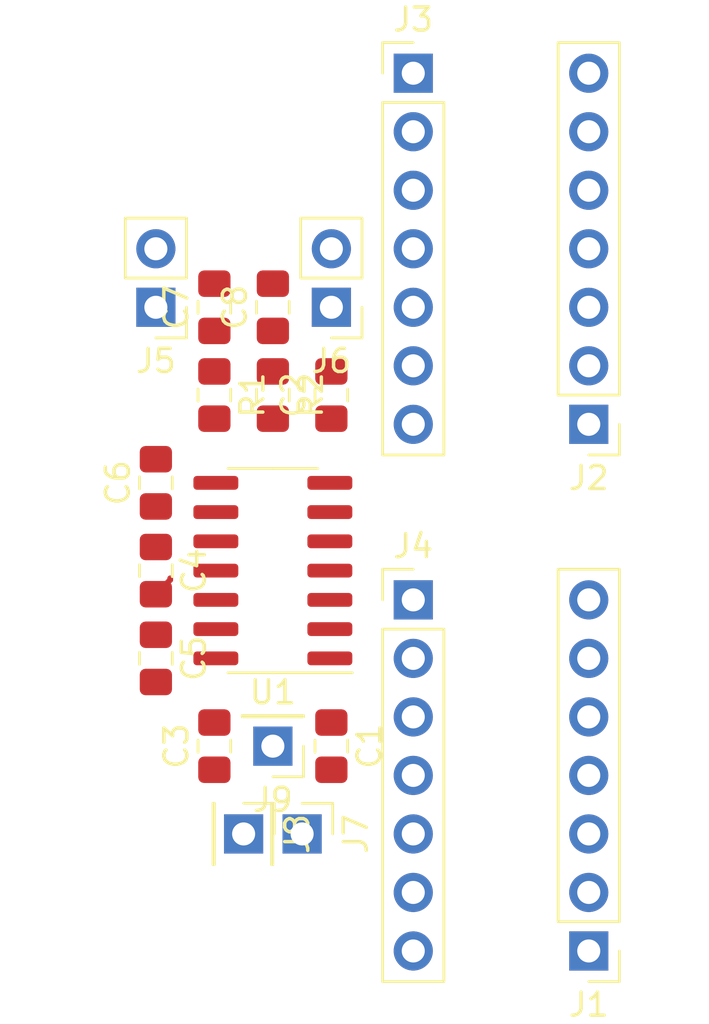
<source format=kicad_pcb>
(kicad_pcb (version 20171130) (host pcbnew 5.1.2-f72e74a~84~ubuntu18.04.1)

  (general
    (thickness 1.6)
    (drawings 0)
    (tracks 2)
    (zones 0)
    (modules 20)
    (nets 30)
  )

  (page A4)
  (layers
    (0 F.Cu signal)
    (31 B.Cu signal)
    (32 B.Adhes user)
    (33 F.Adhes user)
    (34 B.Paste user)
    (35 F.Paste user)
    (36 B.SilkS user)
    (37 F.SilkS user)
    (38 B.Mask user)
    (39 F.Mask user)
    (40 Dwgs.User user)
    (41 Cmts.User user)
    (42 Eco1.User user)
    (43 Eco2.User user)
    (44 Edge.Cuts user)
    (45 Margin user)
    (46 B.CrtYd user)
    (47 F.CrtYd user)
    (48 B.Fab user)
    (49 F.Fab user)
  )

  (setup
    (last_trace_width 0.25)
    (trace_clearance 0.2)
    (zone_clearance 0.508)
    (zone_45_only no)
    (trace_min 0.2)
    (via_size 0.8)
    (via_drill 0.4)
    (via_min_size 0.4)
    (via_min_drill 0.3)
    (uvia_size 0.3)
    (uvia_drill 0.1)
    (uvias_allowed no)
    (uvia_min_size 0.2)
    (uvia_min_drill 0.1)
    (edge_width 0.05)
    (segment_width 0.2)
    (pcb_text_width 0.3)
    (pcb_text_size 1.5 1.5)
    (mod_edge_width 0.12)
    (mod_text_size 1 1)
    (mod_text_width 0.15)
    (pad_size 1.524 1.524)
    (pad_drill 0.762)
    (pad_to_mask_clearance 0.051)
    (solder_mask_min_width 0.25)
    (aux_axis_origin 0 0)
    (visible_elements FFFFFF7F)
    (pcbplotparams
      (layerselection 0x010fc_ffffffff)
      (usegerberextensions false)
      (usegerberattributes false)
      (usegerberadvancedattributes false)
      (creategerberjobfile false)
      (excludeedgelayer true)
      (linewidth 0.100000)
      (plotframeref false)
      (viasonmask false)
      (mode 1)
      (useauxorigin false)
      (hpglpennumber 1)
      (hpglpenspeed 20)
      (hpglpendiameter 15.000000)
      (psnegative false)
      (psa4output false)
      (plotreference true)
      (plotvalue true)
      (plotinvisibletext false)
      (padsonsilk false)
      (subtractmaskfromsilk false)
      (outputformat 1)
      (mirror false)
      (drillshape 1)
      (scaleselection 1)
      (outputdirectory ""))
  )

  (net 0 "")
  (net 1 GND)
  (net 2 +3V3)
  (net 3 "Net-(C2-Pad1)")
  (net 4 "Net-(C3-Pad2)")
  (net 5 +5VA)
  (net 6 "Net-(C5-Pad2)")
  (net 7 "Net-(C5-Pad1)")
  (net 8 "/2_VOUT_A(to1.8K)")
  (net 9 "/1_VOUT_A(to1.8K)")
  (net 10 "Net-(J1-Pad7)")
  (net 11 "Net-(J1-Pad6)")
  (net 12 /SPI_MO)
  (net 13 /SPI_CK)
  (net 14 /SPI_DAC1)
  (net 15 "Net-(J1-Pad2)")
  (net 16 +5V)
  (net 17 "Net-(J2-Pad7)")
  (net 18 "Net-(J2-Pad6)")
  (net 19 /SPI_DAC2)
  (net 20 "Net-(J2-Pad2)")
  (net 21 "/1_VOUT_B(to115K)")
  (net 22 "Net-(J3-Pad2)")
  (net 23 /SPI_LDAC)
  (net 24 "/2_VOUT_B(to115K)")
  (net 25 "Net-(J4-Pad2)")
  (net 26 "Net-(R1-Pad2)")
  (net 27 "Net-(R2-Pad2)")
  (net 28 "Net-(J7-Pad1)")
  (net 29 "Net-(J8-Pad1)")

  (net_class Default "This is the default net class."
    (clearance 0.2)
    (trace_width 0.25)
    (via_dia 0.8)
    (via_drill 0.4)
    (uvia_dia 0.3)
    (uvia_drill 0.1)
    (add_net +3V3)
    (add_net +5V)
    (add_net +5VA)
    (add_net "/1_VOUT_A(to1.8K)")
    (add_net "/1_VOUT_B(to115K)")
    (add_net "/2_VOUT_A(to1.8K)")
    (add_net "/2_VOUT_B(to115K)")
    (add_net /SPI_CK)
    (add_net /SPI_DAC1)
    (add_net /SPI_DAC2)
    (add_net /SPI_LDAC)
    (add_net /SPI_MO)
    (add_net GND)
    (add_net "Net-(C2-Pad1)")
    (add_net "Net-(C3-Pad2)")
    (add_net "Net-(C5-Pad1)")
    (add_net "Net-(C5-Pad2)")
    (add_net "Net-(J1-Pad2)")
    (add_net "Net-(J1-Pad6)")
    (add_net "Net-(J1-Pad7)")
    (add_net "Net-(J2-Pad2)")
    (add_net "Net-(J2-Pad6)")
    (add_net "Net-(J2-Pad7)")
    (add_net "Net-(J3-Pad2)")
    (add_net "Net-(J4-Pad2)")
    (add_net "Net-(J7-Pad1)")
    (add_net "Net-(J8-Pad1)")
    (add_net "Net-(R1-Pad2)")
    (add_net "Net-(R2-Pad2)")
  )

  (module Connector_PinHeader_2.54mm:PinHeader_1x01_P2.54mm_Vertical (layer F.Cu) (tedit 59FED5CC) (tstamp 5D1670C3)
    (at 131.064 82.55 180)
    (descr "Through hole straight pin header, 1x01, 2.54mm pitch, single row")
    (tags "Through hole pin header THT 1x01 2.54mm single row")
    (path /5D1AB41D)
    (fp_text reference J9 (at 0 -2.33) (layer F.SilkS)
      (effects (font (size 1 1) (thickness 0.15)))
    )
    (fp_text value +3.3V (at 0 2.33) (layer F.Fab)
      (effects (font (size 1 1) (thickness 0.15)))
    )
    (fp_text user %R (at 0 0 90) (layer F.Fab)
      (effects (font (size 1 1) (thickness 0.15)))
    )
    (fp_line (start 1.8 -1.8) (end -1.8 -1.8) (layer F.CrtYd) (width 0.05))
    (fp_line (start 1.8 1.8) (end 1.8 -1.8) (layer F.CrtYd) (width 0.05))
    (fp_line (start -1.8 1.8) (end 1.8 1.8) (layer F.CrtYd) (width 0.05))
    (fp_line (start -1.8 -1.8) (end -1.8 1.8) (layer F.CrtYd) (width 0.05))
    (fp_line (start -1.33 -1.33) (end 0 -1.33) (layer F.SilkS) (width 0.12))
    (fp_line (start -1.33 0) (end -1.33 -1.33) (layer F.SilkS) (width 0.12))
    (fp_line (start -1.33 1.27) (end 1.33 1.27) (layer F.SilkS) (width 0.12))
    (fp_line (start 1.33 1.27) (end 1.33 1.33) (layer F.SilkS) (width 0.12))
    (fp_line (start -1.33 1.27) (end -1.33 1.33) (layer F.SilkS) (width 0.12))
    (fp_line (start -1.33 1.33) (end 1.33 1.33) (layer F.SilkS) (width 0.12))
    (fp_line (start -1.27 -0.635) (end -0.635 -1.27) (layer F.Fab) (width 0.1))
    (fp_line (start -1.27 1.27) (end -1.27 -0.635) (layer F.Fab) (width 0.1))
    (fp_line (start 1.27 1.27) (end -1.27 1.27) (layer F.Fab) (width 0.1))
    (fp_line (start 1.27 -1.27) (end 1.27 1.27) (layer F.Fab) (width 0.1))
    (fp_line (start -0.635 -1.27) (end 1.27 -1.27) (layer F.Fab) (width 0.1))
    (pad 1 thru_hole rect (at 0 0 180) (size 1.7 1.7) (drill 1) (layers *.Cu *.Mask)
      (net 2 +3V3))
    (model ${KISYS3DMOD}/Connector_PinHeader_2.54mm.3dshapes/PinHeader_1x01_P2.54mm_Vertical.wrl
      (at (xyz 0 0 0))
      (scale (xyz 1 1 1))
      (rotate (xyz 0 0 0))
    )
  )

  (module Connector_PinHeader_2.54mm:PinHeader_1x01_P2.54mm_Vertical (layer F.Cu) (tedit 59FED5CC) (tstamp 5D166702)
    (at 129.794 86.36 270)
    (descr "Through hole straight pin header, 1x01, 2.54mm pitch, single row")
    (tags "Through hole pin header THT 1x01 2.54mm single row")
    (path /5D17A33E)
    (fp_text reference J8 (at 0 -2.33 90) (layer F.SilkS)
      (effects (font (size 1 1) (thickness 0.15)))
    )
    (fp_text value I2S3_WS (at 0 2.33 90) (layer F.Fab)
      (effects (font (size 1 1) (thickness 0.15)))
    )
    (fp_text user %R (at 0 0) (layer F.Fab)
      (effects (font (size 1 1) (thickness 0.15)))
    )
    (fp_line (start 1.8 -1.8) (end -1.8 -1.8) (layer F.CrtYd) (width 0.05))
    (fp_line (start 1.8 1.8) (end 1.8 -1.8) (layer F.CrtYd) (width 0.05))
    (fp_line (start -1.8 1.8) (end 1.8 1.8) (layer F.CrtYd) (width 0.05))
    (fp_line (start -1.8 -1.8) (end -1.8 1.8) (layer F.CrtYd) (width 0.05))
    (fp_line (start -1.33 -1.33) (end 0 -1.33) (layer F.SilkS) (width 0.12))
    (fp_line (start -1.33 0) (end -1.33 -1.33) (layer F.SilkS) (width 0.12))
    (fp_line (start -1.33 1.27) (end 1.33 1.27) (layer F.SilkS) (width 0.12))
    (fp_line (start 1.33 1.27) (end 1.33 1.33) (layer F.SilkS) (width 0.12))
    (fp_line (start -1.33 1.27) (end -1.33 1.33) (layer F.SilkS) (width 0.12))
    (fp_line (start -1.33 1.33) (end 1.33 1.33) (layer F.SilkS) (width 0.12))
    (fp_line (start -1.27 -0.635) (end -0.635 -1.27) (layer F.Fab) (width 0.1))
    (fp_line (start -1.27 1.27) (end -1.27 -0.635) (layer F.Fab) (width 0.1))
    (fp_line (start 1.27 1.27) (end -1.27 1.27) (layer F.Fab) (width 0.1))
    (fp_line (start 1.27 -1.27) (end 1.27 1.27) (layer F.Fab) (width 0.1))
    (fp_line (start -0.635 -1.27) (end 1.27 -1.27) (layer F.Fab) (width 0.1))
    (pad 1 thru_hole rect (at 0 0 270) (size 1.7 1.7) (drill 1) (layers *.Cu *.Mask)
      (net 29 "Net-(J8-Pad1)"))
    (model ${KISYS3DMOD}/Connector_PinHeader_2.54mm.3dshapes/PinHeader_1x01_P2.54mm_Vertical.wrl
      (at (xyz 0 0 0))
      (scale (xyz 1 1 1))
      (rotate (xyz 0 0 0))
    )
  )

  (module Connector_PinHeader_2.54mm:PinHeader_1x01_P2.54mm_Vertical (layer F.Cu) (tedit 59FED5CC) (tstamp 5D1666C6)
    (at 132.334 86.36 270)
    (descr "Through hole straight pin header, 1x01, 2.54mm pitch, single row")
    (tags "Through hole pin header THT 1x01 2.54mm single row")
    (path /5D177BD4)
    (fp_text reference J7 (at 0 -2.33 90) (layer F.SilkS)
      (effects (font (size 1 1) (thickness 0.15)))
    )
    (fp_text value I2S3_MCK (at 0 -2.54 90) (layer F.Fab)
      (effects (font (size 1 1) (thickness 0.15)))
    )
    (fp_text user %R (at 0 0) (layer F.Fab)
      (effects (font (size 1 1) (thickness 0.15)))
    )
    (fp_line (start 1.8 -1.8) (end -1.8 -1.8) (layer F.CrtYd) (width 0.05))
    (fp_line (start 1.8 1.8) (end 1.8 -1.8) (layer F.CrtYd) (width 0.05))
    (fp_line (start -1.8 1.8) (end 1.8 1.8) (layer F.CrtYd) (width 0.05))
    (fp_line (start -1.8 -1.8) (end -1.8 1.8) (layer F.CrtYd) (width 0.05))
    (fp_line (start -1.33 -1.33) (end 0 -1.33) (layer F.SilkS) (width 0.12))
    (fp_line (start -1.33 0) (end -1.33 -1.33) (layer F.SilkS) (width 0.12))
    (fp_line (start -1.33 1.27) (end 1.33 1.27) (layer F.SilkS) (width 0.12))
    (fp_line (start 1.33 1.27) (end 1.33 1.33) (layer F.SilkS) (width 0.12))
    (fp_line (start -1.33 1.27) (end -1.33 1.33) (layer F.SilkS) (width 0.12))
    (fp_line (start -1.33 1.33) (end 1.33 1.33) (layer F.SilkS) (width 0.12))
    (fp_line (start -1.27 -0.635) (end -0.635 -1.27) (layer F.Fab) (width 0.1))
    (fp_line (start -1.27 1.27) (end -1.27 -0.635) (layer F.Fab) (width 0.1))
    (fp_line (start 1.27 1.27) (end -1.27 1.27) (layer F.Fab) (width 0.1))
    (fp_line (start 1.27 -1.27) (end 1.27 1.27) (layer F.Fab) (width 0.1))
    (fp_line (start -0.635 -1.27) (end 1.27 -1.27) (layer F.Fab) (width 0.1))
    (pad 1 thru_hole rect (at 0 0 270) (size 1.7 1.7) (drill 1) (layers *.Cu *.Mask)
      (net 28 "Net-(J7-Pad1)"))
    (model ${KISYS3DMOD}/Connector_PinHeader_2.54mm.3dshapes/PinHeader_1x01_P2.54mm_Vertical.wrl
      (at (xyz 0 0 0))
      (scale (xyz 1 1 1))
      (rotate (xyz 0 0 0))
    )
  )

  (module Package_SO:SOIC-14_3.9x8.7mm_P1.27mm (layer F.Cu) (tedit 5C97300E) (tstamp 5D1667C1)
    (at 131.064 74.93 180)
    (descr "SOIC, 14 Pin (JEDEC MS-012AB, https://www.analog.com/media/en/package-pcb-resources/package/pkg_pdf/soic_narrow-r/r_14.pdf), generated with kicad-footprint-generator ipc_gullwing_generator.py")
    (tags "SOIC SO")
    (path /5D1351E6)
    (attr smd)
    (fp_text reference U1 (at 0 -5.28) (layer F.SilkS)
      (effects (font (size 1 1) (thickness 0.15)))
    )
    (fp_text value CS4354DAC (at 0 5.28) (layer F.Fab)
      (effects (font (size 1 1) (thickness 0.15)))
    )
    (fp_text user %R (at 0 0) (layer F.Fab)
      (effects (font (size 0.98 0.98) (thickness 0.15)))
    )
    (fp_line (start 3.7 -4.58) (end -3.7 -4.58) (layer F.CrtYd) (width 0.05))
    (fp_line (start 3.7 4.58) (end 3.7 -4.58) (layer F.CrtYd) (width 0.05))
    (fp_line (start -3.7 4.58) (end 3.7 4.58) (layer F.CrtYd) (width 0.05))
    (fp_line (start -3.7 -4.58) (end -3.7 4.58) (layer F.CrtYd) (width 0.05))
    (fp_line (start -1.95 -3.35) (end -0.975 -4.325) (layer F.Fab) (width 0.1))
    (fp_line (start -1.95 4.325) (end -1.95 -3.35) (layer F.Fab) (width 0.1))
    (fp_line (start 1.95 4.325) (end -1.95 4.325) (layer F.Fab) (width 0.1))
    (fp_line (start 1.95 -4.325) (end 1.95 4.325) (layer F.Fab) (width 0.1))
    (fp_line (start -0.975 -4.325) (end 1.95 -4.325) (layer F.Fab) (width 0.1))
    (fp_line (start 0 -4.435) (end -3.45 -4.435) (layer F.SilkS) (width 0.12))
    (fp_line (start 0 -4.435) (end 1.95 -4.435) (layer F.SilkS) (width 0.12))
    (fp_line (start 0 4.435) (end -1.95 4.435) (layer F.SilkS) (width 0.12))
    (fp_line (start 0 4.435) (end 1.95 4.435) (layer F.SilkS) (width 0.12))
    (pad 14 smd roundrect (at 2.475 -3.81 180) (size 1.95 0.6) (layers F.Cu F.Paste F.Mask) (roundrect_rratio 0.25)
      (net 4 "Net-(C3-Pad2)"))
    (pad 13 smd roundrect (at 2.475 -2.54 180) (size 1.95 0.6) (layers F.Cu F.Paste F.Mask) (roundrect_rratio 0.25)
      (net 6 "Net-(C5-Pad2)"))
    (pad 12 smd roundrect (at 2.475 -1.27 180) (size 1.95 0.6) (layers F.Cu F.Paste F.Mask) (roundrect_rratio 0.25)
      (net 7 "Net-(C5-Pad1)"))
    (pad 11 smd roundrect (at 2.475 0 180) (size 1.95 0.6) (layers F.Cu F.Paste F.Mask) (roundrect_rratio 0.25)
      (net 5 +5VA))
    (pad 10 smd roundrect (at 2.475 1.27 180) (size 1.95 0.6) (layers F.Cu F.Paste F.Mask) (roundrect_rratio 0.25)
      (net 1 GND))
    (pad 9 smd roundrect (at 2.475 2.54 180) (size 1.95 0.6) (layers F.Cu F.Paste F.Mask) (roundrect_rratio 0.25)
      (net 26 "Net-(R1-Pad2)"))
    (pad 8 smd roundrect (at 2.475 3.81 180) (size 1.95 0.6) (layers F.Cu F.Paste F.Mask) (roundrect_rratio 0.25)
      (net 27 "Net-(R2-Pad2)"))
    (pad 7 smd roundrect (at -2.475 3.81 180) (size 1.95 0.6) (layers F.Cu F.Paste F.Mask) (roundrect_rratio 0.25)
      (net 3 "Net-(C2-Pad1)"))
    (pad 6 smd roundrect (at -2.475 2.54 180) (size 1.95 0.6) (layers F.Cu F.Paste F.Mask) (roundrect_rratio 0.25)
      (net 1 GND))
    (pad 5 smd roundrect (at -2.475 1.27 180) (size 1.95 0.6) (layers F.Cu F.Paste F.Mask) (roundrect_rratio 0.25)
      (net 13 /SPI_CK))
    (pad 4 smd roundrect (at -2.475 0 180) (size 1.95 0.6) (layers F.Cu F.Paste F.Mask) (roundrect_rratio 0.25)
      (net 29 "Net-(J8-Pad1)"))
    (pad 3 smd roundrect (at -2.475 -1.27 180) (size 1.95 0.6) (layers F.Cu F.Paste F.Mask) (roundrect_rratio 0.25)
      (net 28 "Net-(J7-Pad1)"))
    (pad 2 smd roundrect (at -2.475 -2.54 180) (size 1.95 0.6) (layers F.Cu F.Paste F.Mask) (roundrect_rratio 0.25)
      (net 12 /SPI_MO))
    (pad 1 smd roundrect (at -2.475 -3.81 180) (size 1.95 0.6) (layers F.Cu F.Paste F.Mask) (roundrect_rratio 0.25)
      (net 2 +3V3))
    (model ${KISYS3DMOD}/Package_SO.3dshapes/SOIC-14_3.9x8.7mm_P1.27mm.wrl
      (at (xyz 0 0 0))
      (scale (xyz 1 1 1))
      (rotate (xyz 0 0 0))
    )
  )

  (module Resistor_SMD:R_0805_2012Metric_Pad1.15x1.40mm_HandSolder (layer F.Cu) (tedit 5B36C52B) (tstamp 5D166752)
    (at 131.064 67.31 270)
    (descr "Resistor SMD 0805 (2012 Metric), square (rectangular) end terminal, IPC_7351 nominal with elongated pad for handsoldering. (Body size source: https://docs.google.com/spreadsheets/d/1BsfQQcO9C6DZCsRaXUlFlo91Tg2WpOkGARC1WS5S8t0/edit?usp=sharing), generated with kicad-footprint-generator")
    (tags "resistor handsolder")
    (path /5D145016)
    (attr smd)
    (fp_text reference R2 (at 0 -1.65 90) (layer F.SilkS)
      (effects (font (size 1 1) (thickness 0.15)))
    )
    (fp_text value 470R (at 0 1.65 90) (layer F.Fab)
      (effects (font (size 1 1) (thickness 0.15)))
    )
    (fp_text user %R (at 0 0 90) (layer F.Fab)
      (effects (font (size 0.5 0.5) (thickness 0.08)))
    )
    (fp_line (start 1.85 0.95) (end -1.85 0.95) (layer F.CrtYd) (width 0.05))
    (fp_line (start 1.85 -0.95) (end 1.85 0.95) (layer F.CrtYd) (width 0.05))
    (fp_line (start -1.85 -0.95) (end 1.85 -0.95) (layer F.CrtYd) (width 0.05))
    (fp_line (start -1.85 0.95) (end -1.85 -0.95) (layer F.CrtYd) (width 0.05))
    (fp_line (start -0.261252 0.71) (end 0.261252 0.71) (layer F.SilkS) (width 0.12))
    (fp_line (start -0.261252 -0.71) (end 0.261252 -0.71) (layer F.SilkS) (width 0.12))
    (fp_line (start 1 0.6) (end -1 0.6) (layer F.Fab) (width 0.1))
    (fp_line (start 1 -0.6) (end 1 0.6) (layer F.Fab) (width 0.1))
    (fp_line (start -1 -0.6) (end 1 -0.6) (layer F.Fab) (width 0.1))
    (fp_line (start -1 0.6) (end -1 -0.6) (layer F.Fab) (width 0.1))
    (pad 2 smd roundrect (at 1.025 0 270) (size 1.15 1.4) (layers F.Cu F.Paste F.Mask) (roundrect_rratio 0.217391)
      (net 27 "Net-(R2-Pad2)"))
    (pad 1 smd roundrect (at -1.025 0 270) (size 1.15 1.4) (layers F.Cu F.Paste F.Mask) (roundrect_rratio 0.217391)
      (net 9 "/1_VOUT_A(to1.8K)"))
    (model ${KISYS3DMOD}/Resistor_SMD.3dshapes/R_0805_2012Metric.wrl
      (at (xyz 0 0 0))
      (scale (xyz 1 1 1))
      (rotate (xyz 0 0 0))
    )
  )

  (module Resistor_SMD:R_0805_2012Metric_Pad1.15x1.40mm_HandSolder (layer F.Cu) (tedit 5B36C52B) (tstamp 5D166782)
    (at 128.524 67.31 270)
    (descr "Resistor SMD 0805 (2012 Metric), square (rectangular) end terminal, IPC_7351 nominal with elongated pad for handsoldering. (Body size source: https://docs.google.com/spreadsheets/d/1BsfQQcO9C6DZCsRaXUlFlo91Tg2WpOkGARC1WS5S8t0/edit?usp=sharing), generated with kicad-footprint-generator")
    (tags "resistor handsolder")
    (path /5D144591)
    (attr smd)
    (fp_text reference R1 (at 0 -1.65 90) (layer F.SilkS)
      (effects (font (size 1 1) (thickness 0.15)))
    )
    (fp_text value 470R (at 0 1.65 90) (layer F.Fab)
      (effects (font (size 1 1) (thickness 0.15)))
    )
    (fp_text user %R (at 0 0 90) (layer F.Fab)
      (effects (font (size 0.5 0.5) (thickness 0.08)))
    )
    (fp_line (start 1.85 0.95) (end -1.85 0.95) (layer F.CrtYd) (width 0.05))
    (fp_line (start 1.85 -0.95) (end 1.85 0.95) (layer F.CrtYd) (width 0.05))
    (fp_line (start -1.85 -0.95) (end 1.85 -0.95) (layer F.CrtYd) (width 0.05))
    (fp_line (start -1.85 0.95) (end -1.85 -0.95) (layer F.CrtYd) (width 0.05))
    (fp_line (start -0.261252 0.71) (end 0.261252 0.71) (layer F.SilkS) (width 0.12))
    (fp_line (start -0.261252 -0.71) (end 0.261252 -0.71) (layer F.SilkS) (width 0.12))
    (fp_line (start 1 0.6) (end -1 0.6) (layer F.Fab) (width 0.1))
    (fp_line (start 1 -0.6) (end 1 0.6) (layer F.Fab) (width 0.1))
    (fp_line (start -1 -0.6) (end 1 -0.6) (layer F.Fab) (width 0.1))
    (fp_line (start -1 0.6) (end -1 -0.6) (layer F.Fab) (width 0.1))
    (pad 2 smd roundrect (at 1.025 0 270) (size 1.15 1.4) (layers F.Cu F.Paste F.Mask) (roundrect_rratio 0.217391)
      (net 26 "Net-(R1-Pad2)"))
    (pad 1 smd roundrect (at -1.025 0 270) (size 1.15 1.4) (layers F.Cu F.Paste F.Mask) (roundrect_rratio 0.217391)
      (net 8 "/2_VOUT_A(to1.8K)"))
    (model ${KISYS3DMOD}/Resistor_SMD.3dshapes/R_0805_2012Metric.wrl
      (at (xyz 0 0 0))
      (scale (xyz 1 1 1))
      (rotate (xyz 0 0 0))
    )
  )

  (module Connector_PinHeader_2.54mm:PinHeader_1x02_P2.54mm_Vertical (layer F.Cu) (tedit 59FED5CC) (tstamp 5D16688C)
    (at 133.604 63.5 180)
    (descr "Through hole straight pin header, 1x02, 2.54mm pitch, single row")
    (tags "Through hole pin header THT 1x02 2.54mm single row")
    (path /5D14C0EA)
    (fp_text reference J6 (at 0 -2.33) (layer F.SilkS)
      (effects (font (size 1 1) (thickness 0.15)))
    )
    (fp_text value Conn_01x02_Male (at 0 4.87) (layer F.Fab)
      (effects (font (size 1 1) (thickness 0.15)))
    )
    (fp_text user %R (at 0 1.27 90) (layer F.Fab)
      (effects (font (size 1 1) (thickness 0.15)))
    )
    (fp_line (start 1.8 -1.8) (end -1.8 -1.8) (layer F.CrtYd) (width 0.05))
    (fp_line (start 1.8 4.35) (end 1.8 -1.8) (layer F.CrtYd) (width 0.05))
    (fp_line (start -1.8 4.35) (end 1.8 4.35) (layer F.CrtYd) (width 0.05))
    (fp_line (start -1.8 -1.8) (end -1.8 4.35) (layer F.CrtYd) (width 0.05))
    (fp_line (start -1.33 -1.33) (end 0 -1.33) (layer F.SilkS) (width 0.12))
    (fp_line (start -1.33 0) (end -1.33 -1.33) (layer F.SilkS) (width 0.12))
    (fp_line (start -1.33 1.27) (end 1.33 1.27) (layer F.SilkS) (width 0.12))
    (fp_line (start 1.33 1.27) (end 1.33 3.87) (layer F.SilkS) (width 0.12))
    (fp_line (start -1.33 1.27) (end -1.33 3.87) (layer F.SilkS) (width 0.12))
    (fp_line (start -1.33 3.87) (end 1.33 3.87) (layer F.SilkS) (width 0.12))
    (fp_line (start -1.27 -0.635) (end -0.635 -1.27) (layer F.Fab) (width 0.1))
    (fp_line (start -1.27 3.81) (end -1.27 -0.635) (layer F.Fab) (width 0.1))
    (fp_line (start 1.27 3.81) (end -1.27 3.81) (layer F.Fab) (width 0.1))
    (fp_line (start 1.27 -1.27) (end 1.27 3.81) (layer F.Fab) (width 0.1))
    (fp_line (start -0.635 -1.27) (end 1.27 -1.27) (layer F.Fab) (width 0.1))
    (pad 2 thru_hole oval (at 0 2.54 180) (size 1.7 1.7) (drill 1) (layers *.Cu *.Mask)
      (net 1 GND))
    (pad 1 thru_hole rect (at 0 0 180) (size 1.7 1.7) (drill 1) (layers *.Cu *.Mask)
      (net 9 "/1_VOUT_A(to1.8K)"))
    (model ${KISYS3DMOD}/Connector_PinHeader_2.54mm.3dshapes/PinHeader_1x02_P2.54mm_Vertical.wrl
      (at (xyz 0 0 0))
      (scale (xyz 1 1 1))
      (rotate (xyz 0 0 0))
    )
  )

  (module Connector_PinHeader_2.54mm:PinHeader_1x02_P2.54mm_Vertical (layer F.Cu) (tedit 59FED5CC) (tstamp 5D16420A)
    (at 125.984 63.5 180)
    (descr "Through hole straight pin header, 1x02, 2.54mm pitch, single row")
    (tags "Through hole pin header THT 1x02 2.54mm single row")
    (path /5D14B331)
    (fp_text reference J5 (at 0 -2.33) (layer F.SilkS)
      (effects (font (size 1 1) (thickness 0.15)))
    )
    (fp_text value Conn_01x02_Male (at 0 4.87) (layer F.Fab)
      (effects (font (size 1 1) (thickness 0.15)))
    )
    (fp_text user %R (at 0 1.27 90) (layer F.Fab)
      (effects (font (size 1 1) (thickness 0.15)))
    )
    (fp_line (start 1.8 -1.8) (end -1.8 -1.8) (layer F.CrtYd) (width 0.05))
    (fp_line (start 1.8 4.35) (end 1.8 -1.8) (layer F.CrtYd) (width 0.05))
    (fp_line (start -1.8 4.35) (end 1.8 4.35) (layer F.CrtYd) (width 0.05))
    (fp_line (start -1.8 -1.8) (end -1.8 4.35) (layer F.CrtYd) (width 0.05))
    (fp_line (start -1.33 -1.33) (end 0 -1.33) (layer F.SilkS) (width 0.12))
    (fp_line (start -1.33 0) (end -1.33 -1.33) (layer F.SilkS) (width 0.12))
    (fp_line (start -1.33 1.27) (end 1.33 1.27) (layer F.SilkS) (width 0.12))
    (fp_line (start 1.33 1.27) (end 1.33 3.87) (layer F.SilkS) (width 0.12))
    (fp_line (start -1.33 1.27) (end -1.33 3.87) (layer F.SilkS) (width 0.12))
    (fp_line (start -1.33 3.87) (end 1.33 3.87) (layer F.SilkS) (width 0.12))
    (fp_line (start -1.27 -0.635) (end -0.635 -1.27) (layer F.Fab) (width 0.1))
    (fp_line (start -1.27 3.81) (end -1.27 -0.635) (layer F.Fab) (width 0.1))
    (fp_line (start 1.27 3.81) (end -1.27 3.81) (layer F.Fab) (width 0.1))
    (fp_line (start 1.27 -1.27) (end 1.27 3.81) (layer F.Fab) (width 0.1))
    (fp_line (start -0.635 -1.27) (end 1.27 -1.27) (layer F.Fab) (width 0.1))
    (pad 2 thru_hole oval (at 0 2.54 180) (size 1.7 1.7) (drill 1) (layers *.Cu *.Mask)
      (net 1 GND))
    (pad 1 thru_hole rect (at 0 0 180) (size 1.7 1.7) (drill 1) (layers *.Cu *.Mask)
      (net 8 "/2_VOUT_A(to1.8K)"))
    (model ${KISYS3DMOD}/Connector_PinHeader_2.54mm.3dshapes/PinHeader_1x02_P2.54mm_Vertical.wrl
      (at (xyz 0 0 0))
      (scale (xyz 1 1 1))
      (rotate (xyz 0 0 0))
    )
  )

  (module Connector_PinHeader_2.54mm:PinHeader_1x07_P2.54mm_Vertical (layer F.Cu) (tedit 59FED5CC) (tstamp 5D164E8A)
    (at 137.16 76.2)
    (descr "Through hole straight pin header, 1x07, 2.54mm pitch, single row")
    (tags "Through hole pin header THT 1x07 2.54mm single row")
    (path /5D142402)
    (fp_text reference J4 (at 0 -2.33) (layer F.SilkS)
      (effects (font (size 1 1) (thickness 0.15)))
    )
    (fp_text value DAC2_pin8to14 (at 0 17.57) (layer F.Fab)
      (effects (font (size 1 1) (thickness 0.15)))
    )
    (fp_text user %R (at 0 7.62 90) (layer F.Fab)
      (effects (font (size 1 1) (thickness 0.15)))
    )
    (fp_line (start 1.8 -1.8) (end -1.8 -1.8) (layer F.CrtYd) (width 0.05))
    (fp_line (start 1.8 17.05) (end 1.8 -1.8) (layer F.CrtYd) (width 0.05))
    (fp_line (start -1.8 17.05) (end 1.8 17.05) (layer F.CrtYd) (width 0.05))
    (fp_line (start -1.8 -1.8) (end -1.8 17.05) (layer F.CrtYd) (width 0.05))
    (fp_line (start -1.33 -1.33) (end 0 -1.33) (layer F.SilkS) (width 0.12))
    (fp_line (start -1.33 0) (end -1.33 -1.33) (layer F.SilkS) (width 0.12))
    (fp_line (start -1.33 1.27) (end 1.33 1.27) (layer F.SilkS) (width 0.12))
    (fp_line (start 1.33 1.27) (end 1.33 16.57) (layer F.SilkS) (width 0.12))
    (fp_line (start -1.33 1.27) (end -1.33 16.57) (layer F.SilkS) (width 0.12))
    (fp_line (start -1.33 16.57) (end 1.33 16.57) (layer F.SilkS) (width 0.12))
    (fp_line (start -1.27 -0.635) (end -0.635 -1.27) (layer F.Fab) (width 0.1))
    (fp_line (start -1.27 16.51) (end -1.27 -0.635) (layer F.Fab) (width 0.1))
    (fp_line (start 1.27 16.51) (end -1.27 16.51) (layer F.Fab) (width 0.1))
    (fp_line (start 1.27 -1.27) (end 1.27 16.51) (layer F.Fab) (width 0.1))
    (fp_line (start -0.635 -1.27) (end 1.27 -1.27) (layer F.Fab) (width 0.1))
    (pad 7 thru_hole oval (at 0 15.24) (size 1.7 1.7) (drill 1) (layers *.Cu *.Mask)
      (net 8 "/2_VOUT_A(to1.8K)"))
    (pad 6 thru_hole oval (at 0 12.7) (size 1.7 1.7) (drill 1) (layers *.Cu *.Mask)
      (net 5 +5VA))
    (pad 5 thru_hole oval (at 0 10.16) (size 1.7 1.7) (drill 1) (layers *.Cu *.Mask)
      (net 1 GND))
    (pad 4 thru_hole oval (at 0 7.62) (size 1.7 1.7) (drill 1) (layers *.Cu *.Mask)
      (net 5 +5VA))
    (pad 3 thru_hole oval (at 0 5.08) (size 1.7 1.7) (drill 1) (layers *.Cu *.Mask)
      (net 24 "/2_VOUT_B(to115K)"))
    (pad 2 thru_hole oval (at 0 2.54) (size 1.7 1.7) (drill 1) (layers *.Cu *.Mask)
      (net 25 "Net-(J4-Pad2)"))
    (pad 1 thru_hole rect (at 0 0) (size 1.7 1.7) (drill 1) (layers *.Cu *.Mask)
      (net 23 /SPI_LDAC))
    (model ${KISYS3DMOD}/Connector_PinHeader_2.54mm.3dshapes/PinHeader_1x07_P2.54mm_Vertical.wrl
      (at (xyz 0 0 0))
      (scale (xyz 1 1 1))
      (rotate (xyz 0 0 0))
    )
  )

  (module Connector_PinHeader_2.54mm:PinHeader_1x07_P2.54mm_Vertical (layer F.Cu) (tedit 59FED5CC) (tstamp 5D1644D6)
    (at 137.16 53.34)
    (descr "Through hole straight pin header, 1x07, 2.54mm pitch, single row")
    (tags "Through hole pin header THT 1x07 2.54mm single row")
    (path /5D13FA05)
    (fp_text reference J3 (at 0 -2.33) (layer F.SilkS)
      (effects (font (size 1 1) (thickness 0.15)))
    )
    (fp_text value DAC1_pin8to14 (at 0 17.57) (layer F.Fab)
      (effects (font (size 1 1) (thickness 0.15)))
    )
    (fp_text user %R (at 0 7.62 90) (layer F.Fab)
      (effects (font (size 1 1) (thickness 0.15)))
    )
    (fp_line (start 1.8 -1.8) (end -1.8 -1.8) (layer F.CrtYd) (width 0.05))
    (fp_line (start 1.8 17.05) (end 1.8 -1.8) (layer F.CrtYd) (width 0.05))
    (fp_line (start -1.8 17.05) (end 1.8 17.05) (layer F.CrtYd) (width 0.05))
    (fp_line (start -1.8 -1.8) (end -1.8 17.05) (layer F.CrtYd) (width 0.05))
    (fp_line (start -1.33 -1.33) (end 0 -1.33) (layer F.SilkS) (width 0.12))
    (fp_line (start -1.33 0) (end -1.33 -1.33) (layer F.SilkS) (width 0.12))
    (fp_line (start -1.33 1.27) (end 1.33 1.27) (layer F.SilkS) (width 0.12))
    (fp_line (start 1.33 1.27) (end 1.33 16.57) (layer F.SilkS) (width 0.12))
    (fp_line (start -1.33 1.27) (end -1.33 16.57) (layer F.SilkS) (width 0.12))
    (fp_line (start -1.33 16.57) (end 1.33 16.57) (layer F.SilkS) (width 0.12))
    (fp_line (start -1.27 -0.635) (end -0.635 -1.27) (layer F.Fab) (width 0.1))
    (fp_line (start -1.27 16.51) (end -1.27 -0.635) (layer F.Fab) (width 0.1))
    (fp_line (start 1.27 16.51) (end -1.27 16.51) (layer F.Fab) (width 0.1))
    (fp_line (start 1.27 -1.27) (end 1.27 16.51) (layer F.Fab) (width 0.1))
    (fp_line (start -0.635 -1.27) (end 1.27 -1.27) (layer F.Fab) (width 0.1))
    (pad 7 thru_hole oval (at 0 15.24) (size 1.7 1.7) (drill 1) (layers *.Cu *.Mask)
      (net 9 "/1_VOUT_A(to1.8K)"))
    (pad 6 thru_hole oval (at 0 12.7) (size 1.7 1.7) (drill 1) (layers *.Cu *.Mask)
      (net 5 +5VA))
    (pad 5 thru_hole oval (at 0 10.16) (size 1.7 1.7) (drill 1) (layers *.Cu *.Mask)
      (net 1 GND))
    (pad 4 thru_hole oval (at 0 7.62) (size 1.7 1.7) (drill 1) (layers *.Cu *.Mask)
      (net 5 +5VA))
    (pad 3 thru_hole oval (at 0 5.08) (size 1.7 1.7) (drill 1) (layers *.Cu *.Mask)
      (net 21 "/1_VOUT_B(to115K)"))
    (pad 2 thru_hole oval (at 0 2.54) (size 1.7 1.7) (drill 1) (layers *.Cu *.Mask)
      (net 22 "Net-(J3-Pad2)"))
    (pad 1 thru_hole rect (at 0 0) (size 1.7 1.7) (drill 1) (layers *.Cu *.Mask)
      (net 23 /SPI_LDAC))
    (model ${KISYS3DMOD}/Connector_PinHeader_2.54mm.3dshapes/PinHeader_1x07_P2.54mm_Vertical.wrl
      (at (xyz 0 0 0))
      (scale (xyz 1 1 1))
      (rotate (xyz 0 0 0))
    )
  )

  (module Connector_PinHeader_2.54mm:PinHeader_1x07_P2.54mm_Vertical (layer F.Cu) (tedit 59FED5CC) (tstamp 5D164DB8)
    (at 144.78 68.58 180)
    (descr "Through hole straight pin header, 1x07, 2.54mm pitch, single row")
    (tags "Through hole pin header THT 1x07 2.54mm single row")
    (path /5D1406CE)
    (fp_text reference J2 (at 0 -2.33) (layer F.SilkS)
      (effects (font (size 1 1) (thickness 0.15)))
    )
    (fp_text value DAC2_pin1to7 (at 0 17.57) (layer F.Fab)
      (effects (font (size 1 1) (thickness 0.15)))
    )
    (fp_text user %R (at 0 7.62 90) (layer F.Fab)
      (effects (font (size 1 1) (thickness 0.15)))
    )
    (fp_line (start 1.8 -1.8) (end -1.8 -1.8) (layer F.CrtYd) (width 0.05))
    (fp_line (start 1.8 17.05) (end 1.8 -1.8) (layer F.CrtYd) (width 0.05))
    (fp_line (start -1.8 17.05) (end 1.8 17.05) (layer F.CrtYd) (width 0.05))
    (fp_line (start -1.8 -1.8) (end -1.8 17.05) (layer F.CrtYd) (width 0.05))
    (fp_line (start -1.33 -1.33) (end 0 -1.33) (layer F.SilkS) (width 0.12))
    (fp_line (start -1.33 0) (end -1.33 -1.33) (layer F.SilkS) (width 0.12))
    (fp_line (start -1.33 1.27) (end 1.33 1.27) (layer F.SilkS) (width 0.12))
    (fp_line (start 1.33 1.27) (end 1.33 16.57) (layer F.SilkS) (width 0.12))
    (fp_line (start -1.33 1.27) (end -1.33 16.57) (layer F.SilkS) (width 0.12))
    (fp_line (start -1.33 16.57) (end 1.33 16.57) (layer F.SilkS) (width 0.12))
    (fp_line (start -1.27 -0.635) (end -0.635 -1.27) (layer F.Fab) (width 0.1))
    (fp_line (start -1.27 16.51) (end -1.27 -0.635) (layer F.Fab) (width 0.1))
    (fp_line (start 1.27 16.51) (end -1.27 16.51) (layer F.Fab) (width 0.1))
    (fp_line (start 1.27 -1.27) (end 1.27 16.51) (layer F.Fab) (width 0.1))
    (fp_line (start -0.635 -1.27) (end 1.27 -1.27) (layer F.Fab) (width 0.1))
    (pad 7 thru_hole oval (at 0 15.24 180) (size 1.7 1.7) (drill 1) (layers *.Cu *.Mask)
      (net 17 "Net-(J2-Pad7)"))
    (pad 6 thru_hole oval (at 0 12.7 180) (size 1.7 1.7) (drill 1) (layers *.Cu *.Mask)
      (net 18 "Net-(J2-Pad6)"))
    (pad 5 thru_hole oval (at 0 10.16 180) (size 1.7 1.7) (drill 1) (layers *.Cu *.Mask)
      (net 12 /SPI_MO))
    (pad 4 thru_hole oval (at 0 7.62 180) (size 1.7 1.7) (drill 1) (layers *.Cu *.Mask)
      (net 13 /SPI_CK))
    (pad 3 thru_hole oval (at 0 5.08 180) (size 1.7 1.7) (drill 1) (layers *.Cu *.Mask)
      (net 19 /SPI_DAC2))
    (pad 2 thru_hole oval (at 0 2.54 180) (size 1.7 1.7) (drill 1) (layers *.Cu *.Mask)
      (net 20 "Net-(J2-Pad2)"))
    (pad 1 thru_hole rect (at 0 0 180) (size 1.7 1.7) (drill 1) (layers *.Cu *.Mask)
      (net 16 +5V))
    (model ${KISYS3DMOD}/Connector_PinHeader_2.54mm.3dshapes/PinHeader_1x07_P2.54mm_Vertical.wrl
      (at (xyz 0 0 0))
      (scale (xyz 1 1 1))
      (rotate (xyz 0 0 0))
    )
  )

  (module Connector_PinHeader_2.54mm:PinHeader_1x07_P2.54mm_Vertical (layer F.Cu) (tedit 59FED5CC) (tstamp 5D1645E9)
    (at 144.78 91.44 180)
    (descr "Through hole straight pin header, 1x07, 2.54mm pitch, single row")
    (tags "Through hole pin header THT 1x07 2.54mm single row")
    (path /5D13D7F6)
    (fp_text reference J1 (at 0 -2.33) (layer F.SilkS)
      (effects (font (size 1 1) (thickness 0.15)))
    )
    (fp_text value DAC1_pin1to7 (at 0 17.57) (layer F.Fab)
      (effects (font (size 1 1) (thickness 0.15)))
    )
    (fp_text user %R (at 0 7.62 90) (layer F.Fab)
      (effects (font (size 1 1) (thickness 0.15)))
    )
    (fp_line (start 1.8 -1.8) (end -1.8 -1.8) (layer F.CrtYd) (width 0.05))
    (fp_line (start 1.8 17.05) (end 1.8 -1.8) (layer F.CrtYd) (width 0.05))
    (fp_line (start -1.8 17.05) (end 1.8 17.05) (layer F.CrtYd) (width 0.05))
    (fp_line (start -1.8 -1.8) (end -1.8 17.05) (layer F.CrtYd) (width 0.05))
    (fp_line (start -1.33 -1.33) (end 0 -1.33) (layer F.SilkS) (width 0.12))
    (fp_line (start -1.33 0) (end -1.33 -1.33) (layer F.SilkS) (width 0.12))
    (fp_line (start -1.33 1.27) (end 1.33 1.27) (layer F.SilkS) (width 0.12))
    (fp_line (start 1.33 1.27) (end 1.33 16.57) (layer F.SilkS) (width 0.12))
    (fp_line (start -1.33 1.27) (end -1.33 16.57) (layer F.SilkS) (width 0.12))
    (fp_line (start -1.33 16.57) (end 1.33 16.57) (layer F.SilkS) (width 0.12))
    (fp_line (start -1.27 -0.635) (end -0.635 -1.27) (layer F.Fab) (width 0.1))
    (fp_line (start -1.27 16.51) (end -1.27 -0.635) (layer F.Fab) (width 0.1))
    (fp_line (start 1.27 16.51) (end -1.27 16.51) (layer F.Fab) (width 0.1))
    (fp_line (start 1.27 -1.27) (end 1.27 16.51) (layer F.Fab) (width 0.1))
    (fp_line (start -0.635 -1.27) (end 1.27 -1.27) (layer F.Fab) (width 0.1))
    (pad 7 thru_hole oval (at 0 15.24 180) (size 1.7 1.7) (drill 1) (layers *.Cu *.Mask)
      (net 10 "Net-(J1-Pad7)"))
    (pad 6 thru_hole oval (at 0 12.7 180) (size 1.7 1.7) (drill 1) (layers *.Cu *.Mask)
      (net 11 "Net-(J1-Pad6)"))
    (pad 5 thru_hole oval (at 0 10.16 180) (size 1.7 1.7) (drill 1) (layers *.Cu *.Mask)
      (net 12 /SPI_MO))
    (pad 4 thru_hole oval (at 0 7.62 180) (size 1.7 1.7) (drill 1) (layers *.Cu *.Mask)
      (net 13 /SPI_CK))
    (pad 3 thru_hole oval (at 0 5.08 180) (size 1.7 1.7) (drill 1) (layers *.Cu *.Mask)
      (net 14 /SPI_DAC1))
    (pad 2 thru_hole oval (at 0 2.54 180) (size 1.7 1.7) (drill 1) (layers *.Cu *.Mask)
      (net 15 "Net-(J1-Pad2)"))
    (pad 1 thru_hole rect (at 0 0 180) (size 1.7 1.7) (drill 1) (layers *.Cu *.Mask)
      (net 16 +5V))
    (model ${KISYS3DMOD}/Connector_PinHeader_2.54mm.3dshapes/PinHeader_1x07_P2.54mm_Vertical.wrl
      (at (xyz 0 0 0))
      (scale (xyz 1 1 1))
      (rotate (xyz 0 0 0))
    )
  )

  (module Capacitor_SMD:C_0805_2012Metric_Pad1.15x1.40mm_HandSolder (layer F.Cu) (tedit 5B36C52B) (tstamp 5D166851)
    (at 131.064 63.5 90)
    (descr "Capacitor SMD 0805 (2012 Metric), square (rectangular) end terminal, IPC_7351 nominal with elongated pad for handsoldering. (Body size source: https://docs.google.com/spreadsheets/d/1BsfQQcO9C6DZCsRaXUlFlo91Tg2WpOkGARC1WS5S8t0/edit?usp=sharing), generated with kicad-footprint-generator")
    (tags "capacitor handsolder")
    (path /5D14523E)
    (attr smd)
    (fp_text reference C8 (at 0 -1.65 90) (layer F.SilkS)
      (effects (font (size 1 1) (thickness 0.15)))
    )
    (fp_text value 2.2nF (at 0 1.65 90) (layer F.Fab)
      (effects (font (size 1 1) (thickness 0.15)))
    )
    (fp_text user %R (at 0 0 90) (layer F.Fab)
      (effects (font (size 0.5 0.5) (thickness 0.08)))
    )
    (fp_line (start 1.85 0.95) (end -1.85 0.95) (layer F.CrtYd) (width 0.05))
    (fp_line (start 1.85 -0.95) (end 1.85 0.95) (layer F.CrtYd) (width 0.05))
    (fp_line (start -1.85 -0.95) (end 1.85 -0.95) (layer F.CrtYd) (width 0.05))
    (fp_line (start -1.85 0.95) (end -1.85 -0.95) (layer F.CrtYd) (width 0.05))
    (fp_line (start -0.261252 0.71) (end 0.261252 0.71) (layer F.SilkS) (width 0.12))
    (fp_line (start -0.261252 -0.71) (end 0.261252 -0.71) (layer F.SilkS) (width 0.12))
    (fp_line (start 1 0.6) (end -1 0.6) (layer F.Fab) (width 0.1))
    (fp_line (start 1 -0.6) (end 1 0.6) (layer F.Fab) (width 0.1))
    (fp_line (start -1 -0.6) (end 1 -0.6) (layer F.Fab) (width 0.1))
    (fp_line (start -1 0.6) (end -1 -0.6) (layer F.Fab) (width 0.1))
    (pad 2 smd roundrect (at 1.025 0 90) (size 1.15 1.4) (layers F.Cu F.Paste F.Mask) (roundrect_rratio 0.217391)
      (net 1 GND))
    (pad 1 smd roundrect (at -1.025 0 90) (size 1.15 1.4) (layers F.Cu F.Paste F.Mask) (roundrect_rratio 0.217391)
      (net 9 "/1_VOUT_A(to1.8K)"))
    (model ${KISYS3DMOD}/Capacitor_SMD.3dshapes/C_0805_2012Metric.wrl
      (at (xyz 0 0 0))
      (scale (xyz 1 1 1))
      (rotate (xyz 0 0 0))
    )
  )

  (module Capacitor_SMD:C_0805_2012Metric_Pad1.15x1.40mm_HandSolder (layer F.Cu) (tedit 5B36C52B) (tstamp 5D166929)
    (at 128.524 63.5 90)
    (descr "Capacitor SMD 0805 (2012 Metric), square (rectangular) end terminal, IPC_7351 nominal with elongated pad for handsoldering. (Body size source: https://docs.google.com/spreadsheets/d/1BsfQQcO9C6DZCsRaXUlFlo91Tg2WpOkGARC1WS5S8t0/edit?usp=sharing), generated with kicad-footprint-generator")
    (tags "capacitor handsolder")
    (path /5D14572A)
    (attr smd)
    (fp_text reference C7 (at 0 -1.65 90) (layer F.SilkS)
      (effects (font (size 1 1) (thickness 0.15)))
    )
    (fp_text value 2.2nF (at 0 1.65 90) (layer F.Fab)
      (effects (font (size 1 1) (thickness 0.15)))
    )
    (fp_text user %R (at 0 0 90) (layer F.Fab)
      (effects (font (size 0.5 0.5) (thickness 0.08)))
    )
    (fp_line (start 1.85 0.95) (end -1.85 0.95) (layer F.CrtYd) (width 0.05))
    (fp_line (start 1.85 -0.95) (end 1.85 0.95) (layer F.CrtYd) (width 0.05))
    (fp_line (start -1.85 -0.95) (end 1.85 -0.95) (layer F.CrtYd) (width 0.05))
    (fp_line (start -1.85 0.95) (end -1.85 -0.95) (layer F.CrtYd) (width 0.05))
    (fp_line (start -0.261252 0.71) (end 0.261252 0.71) (layer F.SilkS) (width 0.12))
    (fp_line (start -0.261252 -0.71) (end 0.261252 -0.71) (layer F.SilkS) (width 0.12))
    (fp_line (start 1 0.6) (end -1 0.6) (layer F.Fab) (width 0.1))
    (fp_line (start 1 -0.6) (end 1 0.6) (layer F.Fab) (width 0.1))
    (fp_line (start -1 -0.6) (end 1 -0.6) (layer F.Fab) (width 0.1))
    (fp_line (start -1 0.6) (end -1 -0.6) (layer F.Fab) (width 0.1))
    (pad 2 smd roundrect (at 1.025 0 90) (size 1.15 1.4) (layers F.Cu F.Paste F.Mask) (roundrect_rratio 0.217391)
      (net 1 GND))
    (pad 1 smd roundrect (at -1.025 0 90) (size 1.15 1.4) (layers F.Cu F.Paste F.Mask) (roundrect_rratio 0.217391)
      (net 8 "/2_VOUT_A(to1.8K)"))
    (model ${KISYS3DMOD}/Capacitor_SMD.3dshapes/C_0805_2012Metric.wrl
      (at (xyz 0 0 0))
      (scale (xyz 1 1 1))
      (rotate (xyz 0 0 0))
    )
  )

  (module Capacitor_SMD:C_0805_2012Metric_Pad1.15x1.40mm_HandSolder (layer F.Cu) (tedit 5B36C52B) (tstamp 5D16454A)
    (at 125.984 71.12 90)
    (descr "Capacitor SMD 0805 (2012 Metric), square (rectangular) end terminal, IPC_7351 nominal with elongated pad for handsoldering. (Body size source: https://docs.google.com/spreadsheets/d/1BsfQQcO9C6DZCsRaXUlFlo91Tg2WpOkGARC1WS5S8t0/edit?usp=sharing), generated with kicad-footprint-generator")
    (tags "capacitor handsolder")
    (path /5D13656D)
    (attr smd)
    (fp_text reference C6 (at 0 -1.65 90) (layer F.SilkS)
      (effects (font (size 1 1) (thickness 0.15)))
    )
    (fp_text value 2.2uF (at 0 1.65 90) (layer F.Fab)
      (effects (font (size 1 1) (thickness 0.15)))
    )
    (fp_text user %R (at 0 0 90) (layer F.Fab)
      (effects (font (size 0.5 0.5) (thickness 0.08)))
    )
    (fp_line (start 1.85 0.95) (end -1.85 0.95) (layer F.CrtYd) (width 0.05))
    (fp_line (start 1.85 -0.95) (end 1.85 0.95) (layer F.CrtYd) (width 0.05))
    (fp_line (start -1.85 -0.95) (end 1.85 -0.95) (layer F.CrtYd) (width 0.05))
    (fp_line (start -1.85 0.95) (end -1.85 -0.95) (layer F.CrtYd) (width 0.05))
    (fp_line (start -0.261252 0.71) (end 0.261252 0.71) (layer F.SilkS) (width 0.12))
    (fp_line (start -0.261252 -0.71) (end 0.261252 -0.71) (layer F.SilkS) (width 0.12))
    (fp_line (start 1 0.6) (end -1 0.6) (layer F.Fab) (width 0.1))
    (fp_line (start 1 -0.6) (end 1 0.6) (layer F.Fab) (width 0.1))
    (fp_line (start -1 -0.6) (end 1 -0.6) (layer F.Fab) (width 0.1))
    (fp_line (start -1 0.6) (end -1 -0.6) (layer F.Fab) (width 0.1))
    (pad 2 smd roundrect (at 1.025 0 90) (size 1.15 1.4) (layers F.Cu F.Paste F.Mask) (roundrect_rratio 0.217391)
      (net 1 GND))
    (pad 1 smd roundrect (at -1.025 0 90) (size 1.15 1.4) (layers F.Cu F.Paste F.Mask) (roundrect_rratio 0.217391)
      (net 5 +5VA))
    (model ${KISYS3DMOD}/Capacitor_SMD.3dshapes/C_0805_2012Metric.wrl
      (at (xyz 0 0 0))
      (scale (xyz 1 1 1))
      (rotate (xyz 0 0 0))
    )
  )

  (module Capacitor_SMD:C_0805_2012Metric_Pad1.15x1.40mm_HandSolder (layer F.Cu) (tedit 5B36C52B) (tstamp 5D16446C)
    (at 125.984 78.74 270)
    (descr "Capacitor SMD 0805 (2012 Metric), square (rectangular) end terminal, IPC_7351 nominal with elongated pad for handsoldering. (Body size source: https://docs.google.com/spreadsheets/d/1BsfQQcO9C6DZCsRaXUlFlo91Tg2WpOkGARC1WS5S8t0/edit?usp=sharing), generated with kicad-footprint-generator")
    (tags "capacitor handsolder")
    (path /5D13B8D2)
    (attr smd)
    (fp_text reference C5 (at 0 -1.65 90) (layer F.SilkS)
      (effects (font (size 1 1) (thickness 0.15)))
    )
    (fp_text value 2.2uF (at 0 1.65 90) (layer F.Fab)
      (effects (font (size 1 1) (thickness 0.15)))
    )
    (fp_text user %R (at 0 0 90) (layer F.Fab)
      (effects (font (size 0.5 0.5) (thickness 0.08)))
    )
    (fp_line (start 1.85 0.95) (end -1.85 0.95) (layer F.CrtYd) (width 0.05))
    (fp_line (start 1.85 -0.95) (end 1.85 0.95) (layer F.CrtYd) (width 0.05))
    (fp_line (start -1.85 -0.95) (end 1.85 -0.95) (layer F.CrtYd) (width 0.05))
    (fp_line (start -1.85 0.95) (end -1.85 -0.95) (layer F.CrtYd) (width 0.05))
    (fp_line (start -0.261252 0.71) (end 0.261252 0.71) (layer F.SilkS) (width 0.12))
    (fp_line (start -0.261252 -0.71) (end 0.261252 -0.71) (layer F.SilkS) (width 0.12))
    (fp_line (start 1 0.6) (end -1 0.6) (layer F.Fab) (width 0.1))
    (fp_line (start 1 -0.6) (end 1 0.6) (layer F.Fab) (width 0.1))
    (fp_line (start -1 -0.6) (end 1 -0.6) (layer F.Fab) (width 0.1))
    (fp_line (start -1 0.6) (end -1 -0.6) (layer F.Fab) (width 0.1))
    (pad 2 smd roundrect (at 1.025 0 270) (size 1.15 1.4) (layers F.Cu F.Paste F.Mask) (roundrect_rratio 0.217391)
      (net 6 "Net-(C5-Pad2)"))
    (pad 1 smd roundrect (at -1.025 0 270) (size 1.15 1.4) (layers F.Cu F.Paste F.Mask) (roundrect_rratio 0.217391)
      (net 7 "Net-(C5-Pad1)"))
    (model ${KISYS3DMOD}/Capacitor_SMD.3dshapes/C_0805_2012Metric.wrl
      (at (xyz 0 0 0))
      (scale (xyz 1 1 1))
      (rotate (xyz 0 0 0))
    )
  )

  (module Capacitor_SMD:C_0805_2012Metric_Pad1.15x1.40mm_HandSolder (layer F.Cu) (tedit 5B36C52B) (tstamp 5D16449C)
    (at 125.984 74.93 270)
    (descr "Capacitor SMD 0805 (2012 Metric), square (rectangular) end terminal, IPC_7351 nominal with elongated pad for handsoldering. (Body size source: https://docs.google.com/spreadsheets/d/1BsfQQcO9C6DZCsRaXUlFlo91Tg2WpOkGARC1WS5S8t0/edit?usp=sharing), generated with kicad-footprint-generator")
    (tags "capacitor handsolder")
    (path /5D13610B)
    (attr smd)
    (fp_text reference C4 (at 0 -1.65 90) (layer F.SilkS)
      (effects (font (size 1 1) (thickness 0.15)))
    )
    (fp_text value 100nF (at 0 1.65 90) (layer F.Fab)
      (effects (font (size 1 1) (thickness 0.15)))
    )
    (fp_text user %R (at 0 0 90) (layer F.Fab)
      (effects (font (size 0.5 0.5) (thickness 0.08)))
    )
    (fp_line (start 1.85 0.95) (end -1.85 0.95) (layer F.CrtYd) (width 0.05))
    (fp_line (start 1.85 -0.95) (end 1.85 0.95) (layer F.CrtYd) (width 0.05))
    (fp_line (start -1.85 -0.95) (end 1.85 -0.95) (layer F.CrtYd) (width 0.05))
    (fp_line (start -1.85 0.95) (end -1.85 -0.95) (layer F.CrtYd) (width 0.05))
    (fp_line (start -0.261252 0.71) (end 0.261252 0.71) (layer F.SilkS) (width 0.12))
    (fp_line (start -0.261252 -0.71) (end 0.261252 -0.71) (layer F.SilkS) (width 0.12))
    (fp_line (start 1 0.6) (end -1 0.6) (layer F.Fab) (width 0.1))
    (fp_line (start 1 -0.6) (end 1 0.6) (layer F.Fab) (width 0.1))
    (fp_line (start -1 -0.6) (end 1 -0.6) (layer F.Fab) (width 0.1))
    (fp_line (start -1 0.6) (end -1 -0.6) (layer F.Fab) (width 0.1))
    (pad 2 smd roundrect (at 1.025 0 270) (size 1.15 1.4) (layers F.Cu F.Paste F.Mask) (roundrect_rratio 0.217391)
      (net 1 GND))
    (pad 1 smd roundrect (at -1.025 0 270) (size 1.15 1.4) (layers F.Cu F.Paste F.Mask) (roundrect_rratio 0.217391)
      (net 5 +5VA))
    (model ${KISYS3DMOD}/Capacitor_SMD.3dshapes/C_0805_2012Metric.wrl
      (at (xyz 0 0 0))
      (scale (xyz 1 1 1))
      (rotate (xyz 0 0 0))
    )
  )

  (module Capacitor_SMD:C_0805_2012Metric_Pad1.15x1.40mm_HandSolder (layer F.Cu) (tedit 5B36C52B) (tstamp 5D1668C9)
    (at 128.524 82.55 90)
    (descr "Capacitor SMD 0805 (2012 Metric), square (rectangular) end terminal, IPC_7351 nominal with elongated pad for handsoldering. (Body size source: https://docs.google.com/spreadsheets/d/1BsfQQcO9C6DZCsRaXUlFlo91Tg2WpOkGARC1WS5S8t0/edit?usp=sharing), generated with kicad-footprint-generator")
    (tags "capacitor handsolder")
    (path /5D139494)
    (attr smd)
    (fp_text reference C3 (at 0 -1.65 90) (layer F.SilkS)
      (effects (font (size 1 1) (thickness 0.15)))
    )
    (fp_text value 2.2uF (at 0 1.65 90) (layer F.Fab)
      (effects (font (size 1 1) (thickness 0.15)))
    )
    (fp_text user %R (at 0 0 90) (layer F.Fab)
      (effects (font (size 0.5 0.5) (thickness 0.08)))
    )
    (fp_line (start 1.85 0.95) (end -1.85 0.95) (layer F.CrtYd) (width 0.05))
    (fp_line (start 1.85 -0.95) (end 1.85 0.95) (layer F.CrtYd) (width 0.05))
    (fp_line (start -1.85 -0.95) (end 1.85 -0.95) (layer F.CrtYd) (width 0.05))
    (fp_line (start -1.85 0.95) (end -1.85 -0.95) (layer F.CrtYd) (width 0.05))
    (fp_line (start -0.261252 0.71) (end 0.261252 0.71) (layer F.SilkS) (width 0.12))
    (fp_line (start -0.261252 -0.71) (end 0.261252 -0.71) (layer F.SilkS) (width 0.12))
    (fp_line (start 1 0.6) (end -1 0.6) (layer F.Fab) (width 0.1))
    (fp_line (start 1 -0.6) (end 1 0.6) (layer F.Fab) (width 0.1))
    (fp_line (start -1 -0.6) (end 1 -0.6) (layer F.Fab) (width 0.1))
    (fp_line (start -1 0.6) (end -1 -0.6) (layer F.Fab) (width 0.1))
    (pad 2 smd roundrect (at 1.025 0 90) (size 1.15 1.4) (layers F.Cu F.Paste F.Mask) (roundrect_rratio 0.217391)
      (net 4 "Net-(C3-Pad2)"))
    (pad 1 smd roundrect (at -1.025 0 90) (size 1.15 1.4) (layers F.Cu F.Paste F.Mask) (roundrect_rratio 0.217391)
      (net 1 GND))
    (model ${KISYS3DMOD}/Capacitor_SMD.3dshapes/C_0805_2012Metric.wrl
      (at (xyz 0 0 0))
      (scale (xyz 1 1 1))
      (rotate (xyz 0 0 0))
    )
  )

  (module Capacitor_SMD:C_0805_2012Metric_Pad1.15x1.40mm_HandSolder (layer F.Cu) (tedit 5B36C52B) (tstamp 5D1668F9)
    (at 133.604 67.31 90)
    (descr "Capacitor SMD 0805 (2012 Metric), square (rectangular) end terminal, IPC_7351 nominal with elongated pad for handsoldering. (Body size source: https://docs.google.com/spreadsheets/d/1BsfQQcO9C6DZCsRaXUlFlo91Tg2WpOkGARC1WS5S8t0/edit?usp=sharing), generated with kicad-footprint-generator")
    (tags "capacitor handsolder")
    (path /5D138370)
    (attr smd)
    (fp_text reference C2 (at 0 -1.65 90) (layer F.SilkS)
      (effects (font (size 1 1) (thickness 0.15)))
    )
    (fp_text value 2.2uF (at 0 1.65 90) (layer F.Fab)
      (effects (font (size 1 1) (thickness 0.15)))
    )
    (fp_text user %R (at 0 0 90) (layer F.Fab)
      (effects (font (size 0.5 0.5) (thickness 0.08)))
    )
    (fp_line (start 1.85 0.95) (end -1.85 0.95) (layer F.CrtYd) (width 0.05))
    (fp_line (start 1.85 -0.95) (end 1.85 0.95) (layer F.CrtYd) (width 0.05))
    (fp_line (start -1.85 -0.95) (end 1.85 -0.95) (layer F.CrtYd) (width 0.05))
    (fp_line (start -1.85 0.95) (end -1.85 -0.95) (layer F.CrtYd) (width 0.05))
    (fp_line (start -0.261252 0.71) (end 0.261252 0.71) (layer F.SilkS) (width 0.12))
    (fp_line (start -0.261252 -0.71) (end 0.261252 -0.71) (layer F.SilkS) (width 0.12))
    (fp_line (start 1 0.6) (end -1 0.6) (layer F.Fab) (width 0.1))
    (fp_line (start 1 -0.6) (end 1 0.6) (layer F.Fab) (width 0.1))
    (fp_line (start -1 -0.6) (end 1 -0.6) (layer F.Fab) (width 0.1))
    (fp_line (start -1 0.6) (end -1 -0.6) (layer F.Fab) (width 0.1))
    (pad 2 smd roundrect (at 1.025 0 90) (size 1.15 1.4) (layers F.Cu F.Paste F.Mask) (roundrect_rratio 0.217391)
      (net 1 GND))
    (pad 1 smd roundrect (at -1.025 0 90) (size 1.15 1.4) (layers F.Cu F.Paste F.Mask) (roundrect_rratio 0.217391)
      (net 3 "Net-(C2-Pad1)"))
    (model ${KISYS3DMOD}/Capacitor_SMD.3dshapes/C_0805_2012Metric.wrl
      (at (xyz 0 0 0))
      (scale (xyz 1 1 1))
      (rotate (xyz 0 0 0))
    )
  )

  (module Capacitor_SMD:C_0805_2012Metric_Pad1.15x1.40mm_HandSolder (layer F.Cu) (tedit 5B36C52B) (tstamp 5D166821)
    (at 133.604 82.55 270)
    (descr "Capacitor SMD 0805 (2012 Metric), square (rectangular) end terminal, IPC_7351 nominal with elongated pad for handsoldering. (Body size source: https://docs.google.com/spreadsheets/d/1BsfQQcO9C6DZCsRaXUlFlo91Tg2WpOkGARC1WS5S8t0/edit?usp=sharing), generated with kicad-footprint-generator")
    (tags "capacitor handsolder")
    (path /5D142EA8)
    (attr smd)
    (fp_text reference C1 (at 0 -1.65 90) (layer F.SilkS)
      (effects (font (size 1 1) (thickness 0.15)))
    )
    (fp_text value 100nF (at 0 1.65 90) (layer F.Fab)
      (effects (font (size 1 1) (thickness 0.15)))
    )
    (fp_text user %R (at 0 0 90) (layer F.Fab)
      (effects (font (size 0.5 0.5) (thickness 0.08)))
    )
    (fp_line (start 1.85 0.95) (end -1.85 0.95) (layer F.CrtYd) (width 0.05))
    (fp_line (start 1.85 -0.95) (end 1.85 0.95) (layer F.CrtYd) (width 0.05))
    (fp_line (start -1.85 -0.95) (end 1.85 -0.95) (layer F.CrtYd) (width 0.05))
    (fp_line (start -1.85 0.95) (end -1.85 -0.95) (layer F.CrtYd) (width 0.05))
    (fp_line (start -0.261252 0.71) (end 0.261252 0.71) (layer F.SilkS) (width 0.12))
    (fp_line (start -0.261252 -0.71) (end 0.261252 -0.71) (layer F.SilkS) (width 0.12))
    (fp_line (start 1 0.6) (end -1 0.6) (layer F.Fab) (width 0.1))
    (fp_line (start 1 -0.6) (end 1 0.6) (layer F.Fab) (width 0.1))
    (fp_line (start -1 -0.6) (end 1 -0.6) (layer F.Fab) (width 0.1))
    (fp_line (start -1 0.6) (end -1 -0.6) (layer F.Fab) (width 0.1))
    (pad 2 smd roundrect (at 1.025 0 270) (size 1.15 1.4) (layers F.Cu F.Paste F.Mask) (roundrect_rratio 0.217391)
      (net 1 GND))
    (pad 1 smd roundrect (at -1.025 0 270) (size 1.15 1.4) (layers F.Cu F.Paste F.Mask) (roundrect_rratio 0.217391)
      (net 2 +3V3))
    (model ${KISYS3DMOD}/Capacitor_SMD.3dshapes/C_0805_2012Metric.wrl
      (at (xyz 0 0 0))
      (scale (xyz 1 1 1))
      (rotate (xyz 0 0 0))
    )
  )

  (segment (start 126.607372 75.331628) (end 126.607372 75.26486) (width 0.25) (layer F.Cu) (net 1) (tstamp 5D16680F))
  (segment (start 125.984 75.955) (end 126.607372 75.331628) (width 0.25) (layer F.Cu) (net 1) (tstamp 5D16673D))

)

</source>
